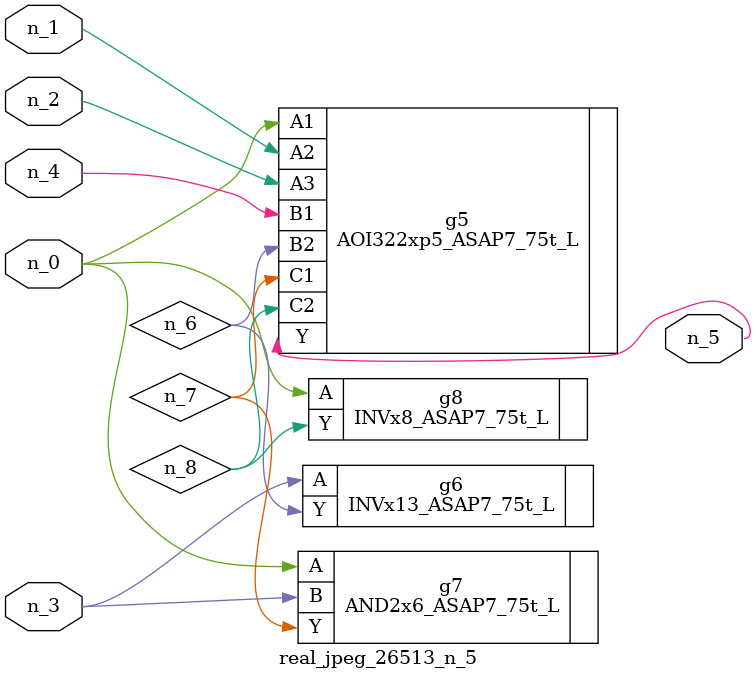
<source format=v>
module real_jpeg_26513_n_5 (n_4, n_0, n_1, n_2, n_3, n_5);

input n_4;
input n_0;
input n_1;
input n_2;
input n_3;

output n_5;

wire n_8;
wire n_6;
wire n_7;

AOI322xp5_ASAP7_75t_L g5 ( 
.A1(n_0),
.A2(n_1),
.A3(n_2),
.B1(n_4),
.B2(n_6),
.C1(n_7),
.C2(n_8),
.Y(n_5)
);

AND2x6_ASAP7_75t_L g7 ( 
.A(n_0),
.B(n_3),
.Y(n_7)
);

INVx8_ASAP7_75t_L g8 ( 
.A(n_0),
.Y(n_8)
);

INVx13_ASAP7_75t_L g6 ( 
.A(n_3),
.Y(n_6)
);


endmodule
</source>
